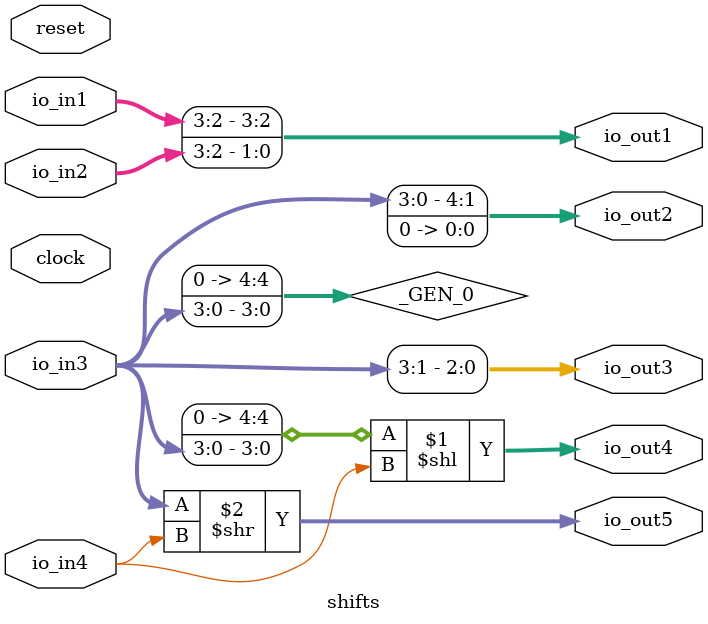
<source format=v>
module shifts(
  input        clock,
  input        reset,
  input  [3:0] io_in1,
  input  [3:0] io_in2,
  input  [3:0] io_in3,
  input        io_in4,
  output [3:0] io_out1,
  output [4:0] io_out2,
  output [2:0] io_out3,
  output [4:0] io_out4,
  output [3:0] io_out5
);
  wire [4:0] _GEN_0 = {{1'd0}, io_in3};
  assign io_out1 = {io_in1[3:2],io_in2[3:2]};
  assign io_out2 = {io_in3, 1'h0};
  assign io_out3 = io_in3[3:1];
  assign io_out4 = _GEN_0 << io_in4;
  assign io_out5 = io_in3 >> io_in4;
endmodule

</source>
